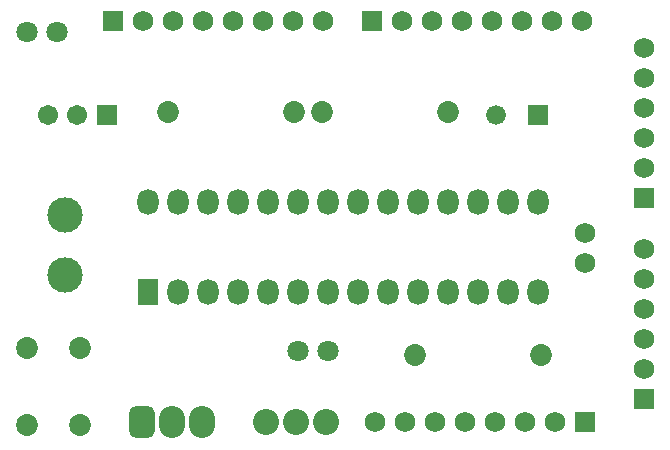
<source format=gts>
G04 Layer_Color=20142*
%FSLAX43Y43*%
%MOMM*%
G71*
G01*
G75*
%ADD36C,2.203*%
%ADD37R,1.753X1.753*%
%ADD38C,1.753*%
%ADD39R,1.727X1.727*%
%ADD40C,1.727*%
%ADD41R,1.753X1.753*%
%ADD42C,1.676*%
%ADD43R,1.676X1.676*%
%ADD44R,1.803X2.203*%
%ADD45O,1.803X2.203*%
%ADD46C,1.803*%
%ADD47C,3.003*%
%ADD48C,1.853*%
%ADD49O,2.203X2.703*%
G04:AMPARAMS|DCode=50|XSize=2.203mm|YSize=2.703mm|CornerRadius=0.602mm|HoleSize=0mm|Usage=FLASHONLY|Rotation=0.000|XOffset=0mm|YOffset=0mm|HoleType=Round|Shape=RoundedRectangle|*
%AMROUNDEDRECTD50*
21,1,2.203,1.500,0,0,0.0*
21,1,1.000,2.703,0,0,0.0*
1,1,1.203,0.500,-0.750*
1,1,1.203,-0.500,-0.750*
1,1,1.203,-0.500,0.750*
1,1,1.203,0.500,0.750*
%
%ADD50ROUNDEDRECTD50*%
%ADD51C,1.854*%
%ADD52R,1.703X1.703*%
%ADD53C,1.703*%
D36*
X25000Y3000D02*
D03*
X27540D02*
D03*
X30080D02*
D03*
D37*
X57000Y5000D02*
D03*
D38*
Y7540D02*
D03*
Y10080D02*
D03*
Y12620D02*
D03*
Y15160D02*
D03*
Y17700D02*
D03*
X39300Y3000D02*
D03*
X41840D02*
D03*
X44380D02*
D03*
X46920D02*
D03*
X49460D02*
D03*
X36760D02*
D03*
X34220D02*
D03*
X24700Y37000D02*
D03*
X22160D02*
D03*
X19620D02*
D03*
X17080D02*
D03*
X14540D02*
D03*
X27240D02*
D03*
X29780D02*
D03*
X46700D02*
D03*
X44160D02*
D03*
X41620D02*
D03*
X39080D02*
D03*
X36540D02*
D03*
X49240D02*
D03*
X51780D02*
D03*
D39*
X57000Y22000D02*
D03*
D40*
Y24540D02*
D03*
Y27080D02*
D03*
Y29620D02*
D03*
Y32160D02*
D03*
Y34700D02*
D03*
X52000Y19000D02*
D03*
Y16460D02*
D03*
D41*
Y3000D02*
D03*
X12000Y37000D02*
D03*
X34000D02*
D03*
D42*
X44500Y29000D02*
D03*
D43*
X48000D02*
D03*
D44*
X15000Y14000D02*
D03*
D45*
X17540D02*
D03*
X20080D02*
D03*
X22620D02*
D03*
X25160D02*
D03*
X27700D02*
D03*
X30240D02*
D03*
X32780D02*
D03*
X35320D02*
D03*
X37860D02*
D03*
X40400D02*
D03*
X42940D02*
D03*
X45480D02*
D03*
X48020D02*
D03*
X15000Y21620D02*
D03*
X17540D02*
D03*
X20080D02*
D03*
X22620D02*
D03*
X25160D02*
D03*
X27700D02*
D03*
X30240D02*
D03*
X32780D02*
D03*
X35320D02*
D03*
X37860D02*
D03*
X40400D02*
D03*
X42940D02*
D03*
X45480D02*
D03*
X48020D02*
D03*
D46*
X30270Y9000D02*
D03*
X27730D02*
D03*
X7270Y36000D02*
D03*
X4730D02*
D03*
D47*
X8000Y20540D02*
D03*
Y15460D02*
D03*
D48*
X27374Y29282D02*
D03*
X16706D02*
D03*
X40374D02*
D03*
X29706D02*
D03*
X37626Y8718D02*
D03*
X48294D02*
D03*
D49*
X19540Y3000D02*
D03*
X17000D02*
D03*
D50*
X14460D02*
D03*
D51*
X9250Y2750D02*
D03*
Y9250D02*
D03*
X4750Y2750D02*
D03*
Y9250D02*
D03*
D52*
X11500Y29000D02*
D03*
D53*
X9000D02*
D03*
X6500D02*
D03*
M02*

</source>
